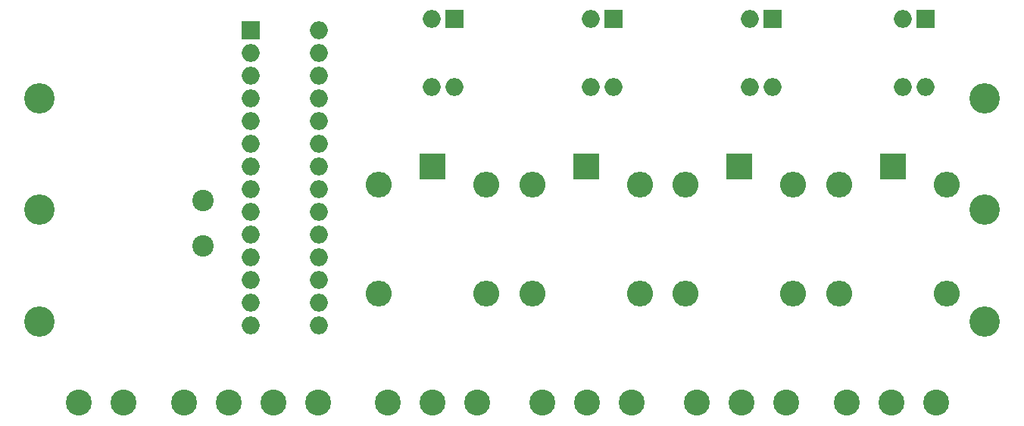
<source format=gbr>
G04 #@! TF.GenerationSoftware,KiCad,Pcbnew,(5.0.0)*
G04 #@! TF.CreationDate,2018-09-27T16:00:16-05:00*
G04 #@! TF.ProjectId,ArduinoBreadBoard,41726475696E6F4272656164426F6172,rev?*
G04 #@! TF.SameCoordinates,Original*
G04 #@! TF.FileFunction,Soldermask,Bot*
G04 #@! TF.FilePolarity,Negative*
%FSLAX46Y46*%
G04 Gerber Fmt 4.6, Leading zero omitted, Abs format (unit mm)*
G04 Created by KiCad (PCBNEW (5.0.0)) date 09/27/18 16:00:16*
%MOMM*%
%LPD*%
G01*
G04 APERTURE LIST*
%ADD10R,2.900000X2.900000*%
%ADD11O,2.900000X2.900000*%
%ADD12O,2.000000X2.000000*%
%ADD13R,2.000000X2.000000*%
%ADD14C,2.398980*%
%ADD15C,2.900000*%
%ADD16C,3.400000*%
G04 APERTURE END LIST*
D10*
G04 #@! TO.C,K3*
X166370000Y-83820000D03*
D11*
X160370000Y-85820000D03*
X160370000Y-98020000D03*
X172370000Y-98020000D03*
X172370000Y-85820000D03*
G04 #@! TD*
G04 #@! TO.C,K4*
X189515000Y-85820000D03*
X189515000Y-98020000D03*
X177515000Y-98020000D03*
X177515000Y-85820000D03*
D10*
X183515000Y-83820000D03*
G04 #@! TD*
G04 #@! TO.C,K1*
X132080000Y-83820000D03*
D11*
X126080000Y-85820000D03*
X126080000Y-98020000D03*
X138080000Y-98020000D03*
X138080000Y-85820000D03*
G04 #@! TD*
D12*
G04 #@! TO.C,U3*
X170053000Y-74930000D03*
X167513000Y-67310000D03*
X167513000Y-74930000D03*
D13*
X170053000Y-67310000D03*
G04 #@! TD*
D14*
G04 #@! TO.C,Y1*
X106426000Y-87630000D03*
X106426000Y-92710000D03*
G04 #@! TD*
D15*
G04 #@! TO.C,J4*
X188388000Y-110236000D03*
X178388000Y-110236000D03*
X183388000Y-110236000D03*
G04 #@! TD*
G04 #@! TO.C,J3*
X171624000Y-110236000D03*
X161624000Y-110236000D03*
X166624000Y-110236000D03*
G04 #@! TD*
D10*
G04 #@! TO.C,K2*
X149225000Y-83820000D03*
D11*
X143225000Y-85820000D03*
X143225000Y-98020000D03*
X155225000Y-98020000D03*
X155225000Y-85820000D03*
G04 #@! TD*
D12*
G04 #@! TO.C,U4*
X187198000Y-74930000D03*
X184658000Y-67310000D03*
X184658000Y-74930000D03*
D13*
X187198000Y-67310000D03*
G04 #@! TD*
D15*
G04 #@! TO.C,J1*
X132080000Y-110236000D03*
X127080000Y-110236000D03*
X137080000Y-110236000D03*
G04 #@! TD*
G04 #@! TO.C,J2*
X154352000Y-110236000D03*
X144352000Y-110236000D03*
X149352000Y-110236000D03*
G04 #@! TD*
D12*
G04 #@! TO.C,U1*
X134493000Y-74930000D03*
X131953000Y-67310000D03*
X131953000Y-74930000D03*
D13*
X134493000Y-67310000D03*
G04 #@! TD*
G04 #@! TO.C,U2*
X152273000Y-67310000D03*
D12*
X149733000Y-74930000D03*
X149733000Y-67310000D03*
X152273000Y-74930000D03*
G04 #@! TD*
D15*
G04 #@! TO.C,J5*
X119260000Y-110236000D03*
X114260000Y-110236000D03*
X104260000Y-110236000D03*
X109260000Y-110236000D03*
G04 #@! TD*
G04 #@! TO.C,J6*
X92496000Y-110236000D03*
X97496000Y-110236000D03*
G04 #@! TD*
D12*
G04 #@! TO.C,U6*
X119380000Y-68580000D03*
X111760000Y-101600000D03*
X119380000Y-71120000D03*
X111760000Y-99060000D03*
X119380000Y-73660000D03*
X111760000Y-96520000D03*
X119380000Y-76200000D03*
X111760000Y-93980000D03*
X119380000Y-78740000D03*
X111760000Y-91440000D03*
X119380000Y-81280000D03*
X111760000Y-88900000D03*
X119380000Y-83820000D03*
X111760000Y-86360000D03*
X119380000Y-86360000D03*
X111760000Y-83820000D03*
X119380000Y-88900000D03*
X111760000Y-81280000D03*
X119380000Y-91440000D03*
X111760000Y-78740000D03*
X119380000Y-93980000D03*
X111760000Y-76200000D03*
X119380000Y-96520000D03*
X111760000Y-73660000D03*
X119380000Y-99060000D03*
X111760000Y-71120000D03*
X119380000Y-101600000D03*
D13*
X111760000Y-68580000D03*
G04 #@! TD*
D16*
G04 #@! TO.C,J7*
X88138000Y-76136500D03*
X88138000Y-88646000D03*
X88138000Y-101155500D03*
G04 #@! TD*
G04 #@! TO.C,J8*
X193802000Y-101155500D03*
X193802000Y-88646000D03*
X193802000Y-76136500D03*
G04 #@! TD*
M02*

</source>
